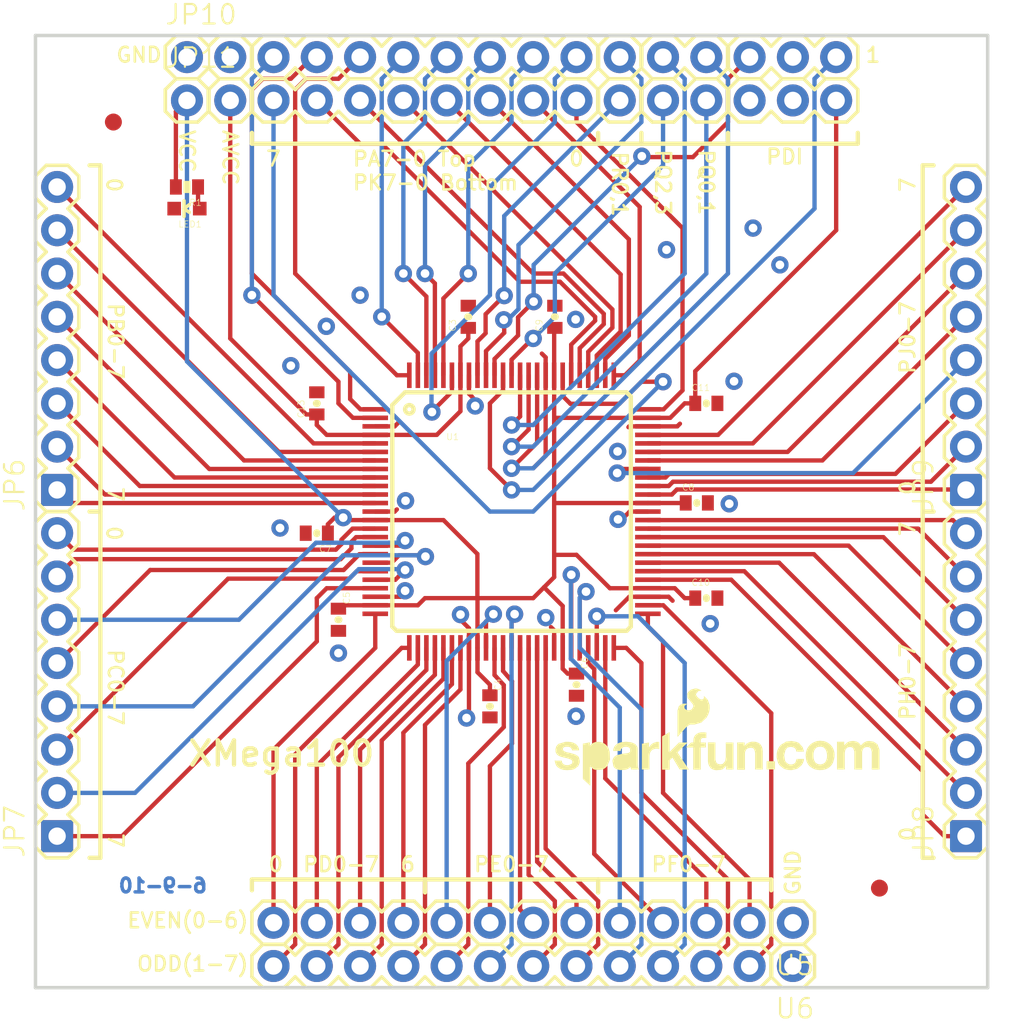
<source format=kicad_pcb>
(kicad_pcb (version 20211014) (generator pcbnew)
  (layers (0 "F.Cu" signal) (31 "B.Cu" signal) (34 "B.Paste" user) (35 "F.Paste" user) (36 "B.SilkS" user "B.Silkscreen") (37 "F.SilkS" user "F.Silkscreen") (38 "B.Mask" user) (39 "F.Mask" user) (44 "Edge.Cuts" user))
  (net 0 "")
  (net 1 "GND")
  (net 2 "VCC")
  (net 3 "PDI_DATA")
  (net 4 "PDI_CLK")
  (net 5 "PQ3")
  (net 6 "PQ2")
  (net 7 "PQ1")
  (net 8 "PQ0")
  (net 9 "PK7")
  (net 10 "PK6")
  (net 11 "PK5")
  (net 12 "PK4")
  (net 13 "PK3")
  (net 14 "PK2")
  (net 15 "PK1")
  (net 16 "PK0")
  (net 17 "PJ7")
  (net 18 "PJ6")
  (net 19 "PJ5")
  (net 20 "PJ4")
  (net 21 "PJ3")
  (net 22 "PJ2")
  (net 23 "PJ1")
  (net 24 "PJ0")
  (net 25 "PH7")
  (net 26 "PH6")
  (net 27 "PH5")
  (net 28 "PH4")
  (net 29 "PH3")
  (net 30 "PH2")
  (net 31 "PH1")
  (net 32 "PH0")
  (net 33 "PF7")
  (net 34 "PF6")
  (net 35 "PF5")
  (net 36 "PF4")
  (net 37 "PF3")
  (net 38 "PF2")
  (net 39 "PF1")
  (net 40 "PF0")
  (net 41 "PE7")
  (net 42 "PE6")
  (net 43 "PE5")
  (net 44 "PE4")
  (net 45 "PE3")
  (net 46 "PE2")
  (net 47 "PE1")
  (net 48 "PE0")
  (net 49 "PD7")
  (net 50 "PD6")
  (net 51 "PD5")
  (net 52 "PD4")
  (net 53 "PD3")
  (net 54 "PD2")
  (net 55 "PD1")
  (net 56 "PD0")
  (net 57 "PC7")
  (net 58 "PC6")
  (net 59 "PC5")
  (net 60 "PC4")
  (net 61 "PC3")
  (net 62 "PC2")
  (net 63 "PC1")
  (net 64 "PC0")
  (net 65 "PB7")
  (net 66 "PB6")
  (net 67 "PB5")
  (net 68 "PB4")
  (net 69 "PB3")
  (net 70 "PB2")
  (net 71 "PB1")
  (net 72 "PB0")
  (net 73 "PA7")
  (net 74 "PA6")
  (net 75 "PA5")
  (net 76 "PA4")
  (net 77 "PA3")
  (net 78 "PA2")
  (net 79 "PA1")
  (net 80 "PA0")
  (net 81 "AVCC")
  (net 82 "PR0")
  (net 83 "PR1")
  (net 84 "N$1")
  (footprint "boardEagle:0402-CAP" (layer "F.Cu") (at 159.9311 110.0836)
    (fp_text reference "C10")
    (fp_text value "0.1uF")
  )
  (footprint "boardEagle:0402-RES" (layer "F.Cu") (at 129.4511 85.9536 180)
    (fp_text reference "R1")
    (fp_text value "330")
  )
  (footprint "boardEagle:1X08" (layer "F.Cu") (at 175.1711 103.7336 90)
    (fp_text reference "JP9")
    (fp_text value "Right Port J")
  )
  (footprint "boardEagle:0402-CAP" (layer "F.Cu") (at 152.3111 115.1636 -90)
    (fp_text reference "C6")
    (fp_text value "0.1uF")
  )
  (footprint "boardEagle:0402-CAP" (layer "F.Cu") (at 159.9311 98.6536)
    (fp_text reference "C11")
    (fp_text value "0.1uF")
  )
  (footprint "boardEagle:0402-CAP" (layer "F.Cu") (at 147.2311 116.4336 -90)
    (fp_text reference "C4")
    (fp_text value "0.1uF")
  )
  (footprint "boardEagle:0402-CAP" (layer "F.Cu") (at 145.9611 93.5736 90)
    (fp_text reference "C3")
    (fp_text value "0.1uF")
  )
  (footprint "boardEagle:1X08" (layer "F.Cu") (at 175.1711 124.0536 90)
    (fp_text reference "JP8")
    (fp_text value "Right Port H")
  )
  (footprint "boardEagle:LED-0603" (layer "F.Cu") (at 129.4511 87.2236 90)
    (fp_text reference "LED1")
    (fp_text value "Red")
  )
  (footprint "boardEagle:TQFP-100-14X14MM" (layer "F.Cu") (at 148.5011 105.0036)
    (fp_text reference "U1")
    (fp_text value "XMEGA-100SMD")
  )
  (footprint "boardEagle:STAND-OFF" (layer "F.Cu") (at 173.9011 79.6036)
    (fp_text reference "JP4" hide)
    (fp_text value "STAND-OFF" hide)
  )
  (footprint "boardEagle:STAND-OFF" (layer "F.Cu") (at 173.9011 130.4036)
    (fp_text reference "JP5" hide)
    (fp_text value "STAND-OFF" hide)
  )
  (footprint "boardEagle:STAND-OFF" (layer "F.Cu") (at 123.1011 130.4036)
    (fp_text reference "JP3" hide)
    (fp_text value "STAND-OFF" hide)
  )
  (footprint "boardEagle:1X13" (layer "F.Cu") (at 165.0111 129.1336 180)
    (fp_text reference "U5")
    (fp_text value "BottonInside")
  )
  (footprint "boardEagle:0402-CAP" (layer "F.Cu") (at 151.0411 93.5736 90)
    (fp_text reference "C9")
    (fp_text value "0.1uF")
  )
  (footprint "boardEagle:0402-CAP" (layer "F.Cu") (at 137.0711 98.6536 90)
    (fp_text reference "C13")
    (fp_text value "0.1uF")
  )
  (footprint "boardEagle:0402-CAP" (layer "F.Cu") (at 159.3723 104.4956)
    (fp_text reference "C8")
    (fp_text value "0.1uF")
  )
  (footprint "boardEagle:1X08" (layer "F.Cu") (at 121.8311 103.7336 90)
    (fp_text reference "JP6")
    (fp_text value "Left Port B")
  )
  (footprint "boardEagle:SFE-NEW-WEBLOGO" (layer "F.Cu") (at 151.0411 121.0836)
    (fp_text reference "JP1" hide)
    (fp_text value "LOGO-SFENEW" hide)
  )
  (footprint "boardEagle:FIDUCIAL-1X2" (layer "F.Cu") (at 170.0911 127.1016)
    (fp_text reference "JP13" hide)
    (fp_text value "FIDUCIAL1X2" hide)
  )
  (footprint "boardEagle:0402-CAP" (layer "F.Cu") (at 137.0711 106.2736 180)
    (fp_text reference "C7")
    (fp_text value "0.1uF")
  )
  (footprint "boardEagle:1X16" (layer "F.Cu") (at 129.4511 78.3336)
    (fp_text reference "JP10")
    (fp_text value "TopEdge")
  )
  (footprint "boardEagle:STAND-OFF" (layer "F.Cu") (at 123.1011 79.6036)
    (fp_text reference "JP2" hide)
    (fp_text value "STAND-OFF" hide)
  )
  (footprint "boardEagle:FIDUCIAL-1X2" (layer "F.Cu") (at 125.1331 82.1436)
    (fp_text reference "JP12" hide)
    (fp_text value "FIDUCIAL1X2" hide)
  )
  (footprint "boardEagle:1X16" (layer "F.Cu") (at 129.4511 80.8736)
    (fp_text reference "JP11")
    (fp_text value "TopInside")
  )
  (footprint "boardEagle:1X13" (layer "F.Cu") (at 165.0111 131.6736 180)
    (fp_text reference "U6")
    (fp_text value "BottomEdge")
  )
  (footprint "boardEagle:0402-CAP" (layer "F.Cu") (at 138.3411 111.3536 -90)
    (fp_text reference "C5")
    (fp_text value "0.1uF")
  )
  (footprint "boardEagle:1X08" (layer "F.Cu") (at 121.8311 124.0536 90)
    (fp_text reference "JP7")
    (fp_text value "Left Port C")
  )
  (gr_line (start 124.3711 125.3236) (end 124.3711 105.0036) (layer "F.SilkS") (width 0.254))
  (gr_line (start 161.2011 77.6986) (end 161.2011 78.9686) (layer "F.SilkS") (width 0.254))
  (gr_line (start 153.5811 80.2386) (end 153.5811 81.5086) (layer "F.SilkS") (width 0.254))
  (gr_line (start 143.4211 126.5936) (end 153.5811 126.5936) (layer "F.SilkS") (width 0.254))
  (gr_line (start 123.7361 105.0036) (end 124.3711 105.0036) (layer "F.SilkS") (width 0.254))
  (gr_line (start 172.6311 125.3236) (end 173.2661 125.3236) (layer "F.SilkS") (width 0.254))
  (gr_line (start 153.5811 126.5936) (end 153.5811 127.3556) (layer "F.SilkS") (width 0.254))
  (gr_line (start 153.5811 126.5936) (end 163.7411 126.5936) (layer "F.SilkS") (width 0.254))
  (gr_line (start 143.4211 126.5936) (end 143.4211 127.3556) (layer "F.SilkS") (width 0.254))
  (gr_line (start 172.6311 105.0036) (end 172.6311 125.3236) (layer "F.SilkS") (width 0.254))
  (gr_line (start 161.2011 80.2386) (end 161.2011 81.5086) (layer "F.SilkS") (width 0.254))
  (gr_line (start 133.2611 77.6986) (end 133.2611 78.9686) (layer "F.SilkS") (width 0.254))
  (gr_line (start 161.2011 83.4136) (end 168.8211 83.4136) (layer "F.SilkS") (width 0.254))
  (gr_line (start 173.2661 105.0036) (end 172.6311 105.0036) (layer "F.SilkS") (width 0.254))
  (gr_line (start 153.5811 77.6986) (end 153.5811 78.9686) (layer "F.SilkS") (width 0.254))
  (gr_line (start 156.1211 83.4136) (end 156.1211 82.7786) (layer "F.SilkS") (width 0.254))
  (gr_line (start 133.2611 127.2286) (end 133.2611 126.5936) (layer "F.SilkS") (width 0.254))
  (gr_line (start 161.2011 82.7786) (end 161.2011 83.4136) (layer "F.SilkS") (width 0.254))
  (gr_line (start 163.7411 129.7686) (end 163.7411 128.4986) (layer "F.SilkS") (width 0.254))
  (gr_line (start 156.1211 83.4136) (end 161.2011 83.4136) (layer "F.SilkS") (width 0.254))
  (gr_line (start 133.2611 80.2386) (end 133.2611 81.5086) (layer "F.SilkS") (width 0.254))
  (gr_line (start 133.2611 83.4136) (end 153.5811 83.4136) (layer "F.SilkS") (width 0.254))
  (gr_line (start 133.2611 126.5936) (end 143.4211 126.5936) (layer "F.SilkS") (width 0.254))
  (gr_line (start 124.3711 84.6836) (end 123.7361 84.6836) (layer "F.SilkS") (width 0.254))
  (gr_line (start 168.8211 83.4136) (end 168.8211 82.7786) (layer "F.SilkS") (width 0.254))
  (gr_line (start 173.2661 84.6836) (end 172.6311 84.6836) (layer "F.SilkS") (width 0.254))
  (gr_line (start 123.7361 125.3236) (end 124.3711 125.3236) (layer "F.SilkS") (width 0.254))
  (gr_line (start 130.7211 80.2386) (end 130.7211 81.5086) (layer "F.SilkS") (width 0.254))
  (gr_line (start 172.6311 84.6836) (end 172.6311 105.0036) (layer "F.SilkS") (width 0.254))
  (gr_line (start 156.1211 80.2386) (end 156.1211 81.5086) (layer "F.SilkS") (width 0.254))
  (gr_line (start 163.7411 132.3086) (end 163.7411 131.0386) (layer "F.SilkS") (width 0.254))
  (gr_line (start 153.5811 82.7786) (end 153.5811 83.4136) (layer "F.SilkS") (width 0.254))
  (gr_line (start 156.1211 77.6986) (end 156.1211 78.8416) (layer "F.SilkS") (width 0.254))
  (gr_line (start 124.3711 105.0036) (end 124.3711 84.6836) (layer "F.SilkS") (width 0.254))
  (gr_line (start 153.5811 83.4136) (end 156.1211 83.4136) (layer "F.SilkS") (width 0.254))
  (gr_line (start 163.7411 126.5936) (end 163.7411 127.2286) (layer "F.SilkS") (width 0.254))
  (gr_line (start 133.2611 82.7786) (end 133.2611 83.4136) (layer "F.SilkS") (width 0.254))
  (gr_line (start 120.5611 77.0636) (end 120.5611 132.9436) (layer "Edge.Cuts") (width 0.2032))
  (gr_line (start 120.5611 132.9436) (end 176.4411 132.9436) (layer "Edge.Cuts") (width 0.2032))
  (gr_line (start 176.4411 77.0636) (end 120.5611 77.0636) (layer "Edge.Cuts") (width 0.2032))
  (gr_line (start 176.4411 132.9436) (end 176.4411 77.0636) (layer "Edge.Cuts") (width 0.2032))
  (gr_text "6-9-10" (at 130.7211 127.4336) (layer "B.Cu") (effects (font (size 0.8128 0.8128) (thickness 0.2032)) (justify left bottom mirror)))
  (gr_text "PH0-7" (at 172.2501 117.3226 90) (layer "F.SilkS") (effects (font (size 0.8636 0.8636) (thickness 0.1524)) (justify left bottom)))
  (gr_text "VCC" (at 128.9431 82.5246 270) (layer "F.SilkS") (effects (font (size 0.8636 0.8636) (thickness 0.1524)) (justify left bottom)))
  (gr_text "PR0,1" (at 154.3431 83.7946 270) (layer "F.SilkS") (effects (font (size 0.8636 0.8636) (thickness 0.1524)) (justify left bottom)))
  (gr_text "EVEN(0-6)" (at 133.1341 128.4986) (layer "F.SilkS") (effects (font (size 0.8636 0.8636) (thickness 0.1524)) (justify right top)))
  (gr_text "PQ0,1" (at 159.4231 83.6676 270) (layer "F.SilkS") (effects (font (size 0.8636 0.8636) (thickness 0.1524)) (justify left bottom)))
  (gr_text "PF0-7" (at 156.6291 126.2126) (layer "F.SilkS") (effects (font (size 0.8636 0.8636) (thickness 0.1524)) (justify left bottom)))
  (gr_text "6" (at 141.8971 126.2126) (layer "F.SilkS") (effects (font (size 0.8636 0.8636) (thickness 0.1524)) (justify left bottom)))
  (gr_text "0" (at 172.2501 124.4346 90) (layer "F.SilkS") (effects (font (size 0.8636 0.8636) (thickness 0.1524)) (justify left bottom)))
  (gr_text "PC0-7" (at 124.7521 113.0046 270) (layer "F.SilkS") (effects (font (size 0.8636 0.8636) (thickness 0.1524)) (justify left bottom)))
  (gr_text "ODD(1-7)" (at 133.1341 131.0386) (layer "F.SilkS") (effects (font (size 0.8636 0.8636) (thickness 0.1524)) (justify right top)))
  (gr_text "PB0-7" (at 124.7521 92.6846 270) (layer "F.SilkS") (effects (font (size 0.8636 0.8636) (thickness 0.1524)) (justify left bottom)))
  (gr_text "GND" (at 128.0541 77.6986) (layer "F.SilkS") (effects (font (size 0.8636 0.8636) (thickness 0.1524)) (justify right top)))
  (gr_text "1" (at 169.2021 78.7146) (layer "F.SilkS") (effects (font (size 0.8636 0.8636) (thickness 0.1524)) (justify left bottom)))
  (gr_text "0" (at 134.1501 126.2126) (layer "F.SilkS") (effects (font (size 0.8636 0.8636) (thickness 0.1524)) (justify left bottom)))
  (gr_text "0" (at 172.2501 104.1146 90) (layer "F.SilkS") (effects (font (size 0.8636 0.8636) (thickness 0.1524)) (justify left bottom)))
  (gr_text "PDI" (at 163.3601 84.6836) (layer "F.SilkS") (effects (font (size 0.8636 0.8636) (thickness 0.1524)) (justify left bottom)))
  (gr_text "AVCC" (at 131.4831 82.5246 270) (layer "F.SilkS") (effects (font (size 0.8636 0.8636) (thickness 0.1524)) (justify left bottom)))
  (gr_text "PA7-0 Top" (at 139.1031 84.8106) (layer "F.SilkS") (effects (font (size 0.8636 0.8636) (thickness 0.1524)) (justify left bottom)))
  (gr_text "PE0-7" (at 146.2151 126.2126) (layer "F.SilkS") (effects (font (size 0.8636 0.8636) (thickness 0.1524)) (justify left bottom)))
  (gr_text "0" (at 124.7521 105.7656 90) (layer "F.SilkS") (effects (font (size 0.8636 0.8636) (thickness 0.1524)) (justify right top)))
  (gr_text "7" (at 172.2501 106.5276 90) (layer "F.SilkS") (effects (font (size 0.8636 0.8636) (thickness 0.1524)) (justify left bottom)))
  (gr_text "PQ2,3" (at 156.8831 83.6676 270) (layer "F.SilkS") (effects (font (size 0.8636 0.8636) (thickness 0.1524)) (justify left bottom)))
  (gr_text "7" (at 124.7521 103.4796 270) (layer "F.SilkS") (effects (font (size 0.8636 0.8636) (thickness 0.1524)) (justify left bottom)))
  (gr_text "PK7-0 Bottom" (at 139.1031 86.2076) (layer "F.SilkS") (effects (font (size 0.8636 0.8636) (thickness 0.1524)) (justify left bottom)))
  (gr_text "7" (at 135.0391 83.7946) (layer "F.SilkS") (effects (font (size 0.8636 0.8636) (thickness 0.1524)) (justify right top)))
  (gr_text "0" (at 124.7521 85.3186 90) (layer "F.SilkS") (effects (font (size 0.8636 0.8636) (thickness 0.1524)) (justify right top)))
  (gr_text "PJ0-7" (at 172.2501 97.0026 90) (layer "F.SilkS") (effects (font (size 0.8636 0.8636) (thickness 0.1524)) (justify left bottom)))
  (gr_text "7" (at 172.2501 86.3346 90) (layer "F.SilkS") (effects (font (size 0.8636 0.8636) (thickness 0.1524)) (justify left bottom)))
  (gr_text "0" (at 152.8191 83.7946) (layer "F.SilkS") (effects (font (size 0.8636 0.8636) (thickness 0.1524)) (justify right top)))
  (gr_text "PD0-7" (at 136.1821 126.2126) (layer "F.SilkS") (effects (font (size 0.8636 0.8636) (thickness 0.1524)) (justify left bottom)))
  (gr_text "7" (at 124.7521 123.7996 270) (layer "F.SilkS") (effects (font (size 0.8636 0.8636) (thickness 0.1524)) (justify left bottom)))
  (gr_text "GND" (at 165.5191 127.6096 90) (layer "F.SilkS") (effects (font (size 0.8636 0.8636) (thickness 0.1524)) (justify left bottom)))
  (gr_text "XMega100" (at 129.3996 120.0412) (layer "F.SilkS") (effects (font (size 1.42494 1.42494) (thickness 0.25146)) (justify left bottom)))
  (segment (start 151.0011 113.0036) (end 151.0011 111.974) (width 0.254) (layer "F.Cu") (net 1))
  (segment (start 150.5011 101.7336) (end 150.5011 97.0036) (width 0.254) (layer "F.Cu") (net 1))
  (segment (start 146.0011 111.8508) (end 145.6309 111.4806) (width 0.254) (layer "F.Cu") (net 1))
  (segment (start 141.6393 100.0036) (end 141.8971 99.7458) (width 0.254) (layer "F.Cu") (net 1))
  (segment (start 151.0011 111.974) (end 150.8125 111.7854) (width 0.254) (layer "F.Cu") (net 1))
  (segment (start 146.0011 98.084) (end 146.0011 97.0036) (width 0.254) (layer "F.Cu") (net 1))
  (segment (start 155.4061 100.0036) (end 155.3591 100.0506) (width 0.254) (layer "F.Cu") (net 1))
  (segment (start 140.5011 105.0036) (end 141.6431 105.0036) (width 0.254) (layer "F.Cu") (net 1))
  (segment (start 155.4061 100.0036) (end 156.5011 100.0036) (width 0.254) (layer "F.Cu") (net 1))
  (segment (start 146.0011 116.9778) (end 146.0011 113.0036) (width 0.254) (layer "F.Cu") (net 1))
  (segment (start 156.5011 100.0036) (end 158.2255 100.0036) (width 0.254) (layer "F.Cu") (net 1))
  (segment (start 150.5011 95.9546) (end 150.2791 95.7326) (width 0.254) (layer "F.Cu") (net 1))
  (segment (start 140.5011 110.0036) (end 141.9771 110.0036) (width 0.254) (layer "F.Cu") (net 1))
  (segment (start 140.5011 100.0036) (end 141.6393 100.0036) (width 0.254) (layer "F.Cu") (net 1))
  (segment (start 155.1813 105.2576) (end 155.4353 105.0036) (width 0.254) (layer "F.Cu") (net 1))
  (segment (start 149.7711 102.4636) (end 150.5011 101.7336) (width 0.254) (layer "F.Cu") (net 1))
  (segment (start 156.5011 110.0036) (end 157.7175 110.0036) (width 0.254) (layer "F.Cu") (net 1))
  (segment (start 155.4353 105.0036) (end 156.5011 105.0036) (width 0.254) (layer "F.Cu") (net 1))
  (segment (start 157.7175 110.0036) (end 157.9499 110.236) (width 0.254) (layer "F.Cu") (net 1))
  (segment (start 150.5011 97.0036) (end 150.5011 95.9546) (width 0.254) (layer "F.Cu") (net 1))
  (segment (start 141.6431 105.0036) (end 141.7701 104.8766) (width 0.254) (layer "F.Cu") (net 1))
  (segment (start 146.0011 113.0036) (end 146.0011 111.8508) (width 0.254) (layer "F.Cu") (net 1))
  (segment (start 145.8595 117.1194) (end 146.0011 116.9778) (width 0.254) (layer "F.Cu") (net 1))
  (segment (start 141.9771 110.0036) (end 142.2527 109.6518) (width 0.254) (layer "F.Cu") (net 1))
  (segment (start 158.2255 100.0036) (end 158.3817 99.8474) (width 0.254) (layer "F.Cu") (net 1))
  (segment (start 154.6225 110.7948) (end 155.4137 110.0036) (width 0.254) (layer "F.Cu") (net 1))
  (segment (start 155.4137 110.0036) (end 156.5011 110.0036) (width 0.254) (layer "F.Cu") (net 1))
  (segment (start 146.0011 98.084) (end 146.2151 98.298) (width 0.254) (layer "F.Cu") (net 1))
  (via (at 134.9121 105.9688) (size 1.016) (drill 0.508) (layers "F.Cu" "B.Cu") (net 1))
  (via (at 142.2781 104.3686) (size 1.016) (drill 0.508) (layers "F.Cu" "B.Cu") (net 1))
  (via (at 161.5567 97.3582) (size 1.016) (drill 0.508) (layers "F.Cu" "B.Cu") (net 1))
  (via (at 161.2773 104.5464) (size 1.016) (drill 0.508) (layers "F.Cu" "B.Cu") (net 1))
  (via (at 145.8595 117.1194) (size 1.016) (drill 0.508) (layers "F.Cu" "B.Cu") (net 1))
  (via (at 154.7241 101.473) (size 1.016) (drill 0.508) (layers "F.Cu" "B.Cu") (net 1))
  (via (at 142.2527 109.6518) (size 1.016) (drill 0.508) (layers "F.Cu" "B.Cu") (net 1))
  (via (at 157.5943 89.6366) (size 1.016) (drill 0.508) (layers "F.Cu" "B.Cu") (net 1))
  (via (at 150.5077 111.2266) (size 1.016) (drill 0.508) (layers "F.Cu" "B.Cu") (net 1))
  (via (at 137.6299 94.1324) (size 1.016) (drill 0.508) (layers "F.Cu" "B.Cu") (net 1))
  (via (at 162.6743 88.3666) (size 1.016) (drill 0.508) (layers "F.Cu" "B.Cu") (net 1))
  (via (at 164.2491 90.5256) (size 1.016) (drill 0.508) (layers "F.Cu" "B.Cu") (net 1))
  (via (at 135.5471 96.4438) (size 1.016) (drill 0.508) (layers "F.Cu" "B.Cu") (net 1))
  (via (at 145.5039 111.0488) (size 1.016) (drill 0.508) (layers "F.Cu" "B.Cu") (net 1))
  (via (at 139.6111 92.3036) (size 1.016) (drill 0.508) (layers "F.Cu" "B.Cu") (net 1))
  (via (at 146.3675 98.806) (size 1.016) (drill 0.508) (layers "F.Cu" "B.Cu") (net 1))
  (via (at 138.3411 113.3094) (size 1.016) (drill 0.508) (layers "F.Cu" "B.Cu") (net 1))
  (via (at 152.2857 117.0178) (size 1.016) (drill 0.508) (layers "F.Cu" "B.Cu") (net 1))
  (via (at 154.7495 105.4608) (size 1.016) (drill 0.508) (layers "F.Cu" "B.Cu") (net 1))
  (via (at 160.1597 111.5822) (size 1.016) (drill 0.508) (layers "F.Cu" "B.Cu") (net 1))
  (via (at 152.2603 93.726) (size 1.016) (drill 0.508) (layers "F.Cu" "B.Cu") (net 1))
  (segment (start 138.1125 105.3592) (end 137.7211 105.7506) (width 0.254) (layer "F.Cu") (net 2))
  (segment (start 154.2711 109.5036) (end 156.5011 109.5036) (width 0.254) (layer "F.Cu") (net 2))
  (segment (start 151.0011 94.2636) (end 151.0411 94.2236) (width 0.254) (layer "F.Cu") (net 2))
  (segment (start 151.0011 99.5426) (end 151.0011 97.0036) (width 0.254) (layer "F.Cu") (net 2))
  (segment (start 151.5011 110.5436) (end 151.5011 113.0036) (width 0.254) (layer "F.Cu") (net 2))
  (segment (start 151.0011 99.5426) (end 151.0401 99.5036) (width 0.254) (layer "F.Cu") (net 2))
  (segment (start 157.8111 99.5036) (end 158.6611 98.6536) (width 0.254) (layer "F.Cu") (net 2))
  (segment (start 138.5411 110.5036) (end 140.5011 110.5036) (width 0.254) (layer "F.Cu") (net 2))
  (segment (start 128.8011 81.5236) (end 128.8011 85.9536) (width 0.254) (layer "F.Cu") (net 2))
  (segment (start 146.4691 110.0836) (end 146.5011 110.1156) (width 0.254) (layer "F.Cu") (net 2))
  (segment (start 151.0401 99.5036) (end 156.5011 99.5036) (width 0.254) (layer "F.Cu") (net 2))
  (segment (start 156.5011 99.5036) (end 157.8111 99.5036) (width 0.254) (layer "F.Cu") (net 2))
  (segment (start 158.6611 98.6536) (end 159.2811 98.6536) (width 0.254) (layer "F.Cu") (net 2))
  (segment (start 158.0811 109.5036) (end 158.6611 110.0836) (width 0.254) (layer "F.Cu") (net 2))
  (segment (start 146.4945 110.0582) (end 146.4945 107.4928) (width 0.254) (layer "F.Cu") (net 2))
  (segment (start 129.4511 80.8736) (end 128.8011 81.5236) (width 0.254) (layer "F.Cu") (net 2))
  (segment (start 151.0011 107.5436) (end 152.3111 107.5436) (width 0.254) (layer "F.Cu") (net 2))
  (segment (start 149.7711 110.0836) (end 150.4061 109.4486) (width 0.254) (layer "F.Cu") (net 2))
  (segment (start 150.4061 109.4486) (end 151.0011 108.8536) (width 0.254) (layer "F.Cu") (net 2))
  (segment (start 159.2811 96.7636) (end 167.5511 88.4936) (width 0.254) (layer "F.Cu") (net 2))
  (segment (start 151.0011 97.0036) (end 151.0011 94.2636) (width 0.254) (layer "F.Cu") (net 2))
  (segment (start 146.4691 110.0836) (end 146.4945 110.0582) (width 0.254) (layer "F.Cu") (net 2))
  (segment (start 140.5011 105.5036) (end 138.7649 105.5036) (width 0.254) (layer "F.Cu") (net 2))
  (segment (start 138.3411 110.7036) (end 138.5411 110.5036) (width 0.254) (layer "F.Cu") (net 2))
  (segment (start 151.7881 114.5136) (end 152.3111 114.5136) (width 0.254) (layer "F.Cu") (net 2))
  (segment (start 138.7649 105.5036) (end 138.6205 105.3592) (width 0.254) (layer "F.Cu") (net 2))
  (segment (start 140.5011 110.5036) (end 143.0011 110.5036) (width 0.254) (layer "F.Cu") (net 2))
  (segment (start 147.2311 115.1636) (end 147.2311 115.7836) (width 0.254) (layer "F.Cu") (net 2))
  (segment (start 146.5011 114.4336) (end 147.2311 115.1636) (width 0.254) (layer "F.Cu") (net 2))
  (segment (start 146.5011 113.0036) (end 146.5011 114.4336) (width 0.254) (layer "F.Cu") (net 2))
  (segment (start 138.6205 105.3592) (end 138.1125 105.3592) (width 0.254) (layer "F.Cu") (net 2))
  (segment (start 158.6611 110.0836) (end 159.2811 110.0836) (width 0.254) (layer "F.Cu") (net 2))
  (segment (start 146.4945 107.4928) (end 144.5053 105.5036) (width 0.254) (layer "F.Cu") (net 2))
  (segment (start 151.0011 107.5436) (end 151.0011 104.4956) (width 0.254) (layer "F.Cu") (net 2))
  (segment (start 158.7143 104.5036) (end 158.7223 104.4956) (width 0.254) (layer "F.Cu") (net 2))
  (segment (start 146.5011 110.1156) (end 146.5011 113.0036) (width 0.254) (layer "F.Cu") (net 2))
  (segment (start 143.4211 110.0836) (end 146.4691 110.0836) (width 0.254) (layer "F.Cu") (net 2))
  (segment (start 167.5511 88.4936) (end 167.5511 80.8736) (width 0.254) (layer "F.Cu") (net 2))
  (segment (start 151.5011 113.0036) (end 151.5011 114.2266) (width 0.254) (layer "F.Cu") (net 2))
  (segment (start 159.2811 98.6536) (end 159.2811 96.7636) (width 0.254) (layer "F.Cu") (net 2))
  (segment (start 156.5011 104.5036) (end 158.7143 104.5036) (width 0.254) (layer "F.Cu") (net 2))
  (segment (start 146.4691 110.0836) (end 149.7711 110.0836) (width 0.254) (layer "F.Cu") (net 2))
  (segment (start 150.4061 109.4486) (end 151.5011 110.5436) (width 0.254) (layer "F.Cu") (net 2))
  (segment (start 151.0011 104.4956) (end 151.0091 104.5036) (width 0.254) (layer "F.Cu") (net 2))
  (segment (start 156.5011 109.5036) (end 158.0811 109.5036) (width 0.254) (layer "F.Cu") (net 2))
  (segment (start 151.0091 104.5036) (end 156.5011 104.5036) (width 0.254) (layer "F.Cu") (net 2))
  (segment (start 137.7211 105.7506) (end 137.7211 106.2736) (width 0.254) (layer "F.Cu") (net 2))
  (segment (start 143.0011 110.5036) (end 143.4211 110.0836) (width 0.254) (layer "F.Cu") (net 2))
  (segment (start 151.0011 108.8536) (end 151.0011 107.5436) (width 0.254) (layer "F.Cu") (net 2))
  (segment (start 151.5011 114.2266) (end 151.7881 114.5136) (width 0.254) (layer "F.Cu") (net 2))
  (segment (start 151.0011 104.4956) (end 151.0011 99.5426) (width 0.254) (layer "F.Cu") (net 2))
  (segment (start 152.3111 107.5436) (end 154.2711 109.5036) (width 0.254) (layer "F.Cu") (net 2))
  (segment (start 144.5053 105.5036) (end 140.5011 105.5036) (width 0.254) (layer "F.Cu") (net 2))
  (via (at 138.6205 105.3592) (size 1.016) (drill 0.508) (layers "F.Cu" "B.Cu") (net 2))
  (segment (start 138.6205 105.3592) (end 129.4511 96.1898) (width 0.254) (layer "B.Cu") (net 2))
  (segment (start 129.4511 96.1898) (end 129.4511 80.8736) (width 0.254) (layer "B.Cu") (net 2))
  (segment (start 147.2311 102.4636) (end 147.2311 98.6536) (width 0.254) (layer "F.Cu") (net 3))
  (segment (start 148.0011 97.8836) (end 148.0011 97.0036) (width 0.254) (layer "F.Cu") (net 3))
  (segment (start 148.5011 103.7336) (end 147.2311 102.4636) (width 0.254) (layer "F.Cu") (net 3))
  (segment (start 147.2311 98.6536) (end 148.0011 97.8836) (width 0.254) (layer "F.Cu") (net 3))
  (via (at 148.5011 103.7336) (size 1.016) (drill 0.508) (layers "F.Cu" "B.Cu") (net 3))
  (segment (start 148.5011 103.7336) (end 149.7711 103.7336) (width 0.254) (layer "B.Cu") (net 3))
  (segment (start 166.2811 87.2236) (end 166.2811 79.6036) (width 0.254) (layer "B.Cu") (net 3))
  (segment (start 166.2811 79.6036) (end 167.5511 78.3336) (width 0.254) (layer "B.Cu") (net 3))
  (segment (start 149.7711 103.7336) (end 166.2811 87.2236) (width 0.254) (layer "B.Cu") (net 3))
  (segment (start 161.2011 79.6036) (end 162.4711 78.3336) (width 0.254) (layer "F.Cu") (net 4))
  (segment (start 147.5011 96.0468) (end 148.8821 94.6658) (width 0.254) (layer "F.Cu") (net 4))
  (segment (start 156.1973 84.201) (end 159.1437 84.201) (width 0.254) (layer "F.Cu") (net 4))
  (segment (start 148.8821 94.6658) (end 148.8821 93.599) (width 0.254) (layer "F.Cu") (net 4))
  (segment (start 159.1437 84.201) (end 161.2011 82.1436) (width 0.254) (layer "F.Cu") (net 4))
  (segment (start 161.2011 82.1436) (end 161.2011 79.6036) (width 0.254) (layer "F.Cu") (net 4))
  (segment (start 149.7965 92.6846) (end 149.7965 92.71) (width 0.254) (layer "F.Cu") (net 4))
  (segment (start 147.5011 97.0036) (end 147.5011 96.0468) (width 0.254) (layer "F.Cu") (net 4))
  (segment (start 156.1465 84.1502) (end 156.1973 84.201) (width 0.254) (layer "F.Cu") (net 4))
  (segment (start 148.8821 93.599) (end 149.7965 92.6846) (width 0.254) (layer "F.Cu") (net 4))
  (via (at 149.7965 92.6846) (size 1.016) (drill 0.508) (layers "F.Cu" "B.Cu") (net 4))
  (via (at 156.1465 84.1502) (size 1.016) (drill 0.508) (layers "F.Cu" "B.Cu") (net 4))
  (segment (start 149.7965 92.6846) (end 149.7965 90.5256) (width 0.254) (layer "B.Cu") (net 4))
  (segment (start 156.1465 84.1756) (end 156.1465 84.1502) (width 0.254) (layer "B.Cu") (net 4))
  (segment (start 149.7965 90.5256) (end 156.1465 84.1756) (width 0.254) (layer "B.Cu") (net 4))
  (segment (start 148.5011 96.0882) (end 149.7457 94.8436) (width 0.254) (layer "F.Cu") (net 5))
  (segment (start 149.7457 94.8436) (end 149.7711 94.8436) (width 0.254) (layer "F.Cu") (net 5))
  (segment (start 148.5011 97.0036) (end 148.5011 96.0882) (width 0.254) (layer "F.Cu") (net 5))
  (via (at 149.7711 94.8436) (size 1.016) (drill 0.508) (layers "F.Cu" "B.Cu") (net 5))
  (segment (start 151.0411 93.5736) (end 151.0411 91.0336) (width 0.254) (layer "B.Cu") (net 5))
  (segment (start 157.3911 84.6836) (end 157.3911 80.8736) (width 0.254) (layer "B.Cu") (net 5))
  (segment (start 151.0411 91.0336) (end 157.3911 84.6836) (width 0.254) (layer "B.Cu") (net 5))
  (segment (start 149.7711 94.8436) (end 151.0411 93.5736) (width 0.254) (layer "B.Cu") (net 5))
  (segment (start 149.0011 99.4236) (end 149.0011 97.0036) (width 0.254) (layer "F.Cu") (net 6))
  (segment (start 148.5011 99.9236) (end 149.0011 99.4236) (width 0.254) (layer "F.Cu") (net 6))
  (via (at 148.5011 99.9236) (size 1.016) (drill 0.508) (layers "F.Cu" "B.Cu") (net 6))
  (segment (start 148.5011 99.9236) (end 149.7711 99.9236) (width 0.254) (layer "B.Cu") (net 6))
  (segment (start 158.6611 91.0336) (end 158.6611 79.6036) (width 0.254) (layer "B.Cu") (net 6))
  (segment (start 149.7711 99.9236) (end 158.6611 91.0336) (width 0.254) (layer "B.Cu") (net 6))
  (segment (start 158.6611 79.6036) (end 157.3911 78.3336) (width 0.254) (layer "B.Cu") (net 6))
  (segment (start 148.5011 101.1936) (end 149.5011 100.1936) (width 0.254) (layer "F.Cu") (net 7))
  (segment (start 149.5011 100.1936) (end 149.5011 97.0036) (width 0.254) (layer "F.Cu") (net 7))
  (via (at 148.5011 101.1936) (size 1.016) (drill 0.508) (layers "F.Cu" "B.Cu") (net 7))
  (segment (start 149.7711 101.1936) (end 159.9311 91.0336) (width 0.254) (layer "B.Cu") (net 7))
  (segment (start 159.9311 91.0336) (end 159.9311 80.8736) (width 0.254) (layer "B.Cu") (net 7))
  (segment (start 148.5011 101.1936) (end 149.7711 101.1936) (width 0.254) (layer "B.Cu") (net 7))
  (segment (start 150.0011 100.9636) (end 150.0011 97.0036) (width 0.254) (layer "F.Cu") (net 8))
  (segment (start 148.5011 102.4636) (end 150.0011 100.9636) (width 0.254) (layer "F.Cu") (net 8))
  (via (at 148.5011 102.4636) (size 1.016) (drill 0.508) (layers "F.Cu" "B.Cu") (net 8))
  (segment (start 149.7711 102.4636) (end 161.2011 91.0336) (width 0.254) (layer "B.Cu") (net 8))
  (segment (start 161.2011 79.6036) (end 159.9311 78.3336) (width 0.254) (layer "B.Cu") (net 8))
  (segment (start 148.5011 102.4636) (end 149.7711 102.4636) (width 0.254) (layer "B.Cu") (net 8))
  (segment (start 161.2011 91.0336) (end 161.2011 79.6036) (width 0.254) (layer "B.Cu") (net 8))
  (segment (start 151.5011 98.2246) (end 151.5011 97.0036) (width 0.254) (layer "F.Cu") (net 9))
  (segment (start 157.3911 97.3836) (end 156.1211 97.3836) (width 0.254) (layer "F.Cu") (net 9))
  (segment (start 154.8257 98.679) (end 151.9555 98.679) (width 0.254) (layer "F.Cu") (net 9))
  (segment (start 151.9555 98.679) (end 151.5011 98.2246) (width 0.254) (layer "F.Cu") (net 9))
  (segment (start 156.1211 97.3836) (end 154.8257 98.679) (width 0.254) (layer "F.Cu") (net 9))
  (via (at 157.3911 97.3836) (size 1.016) (drill 0.508) (layers "F.Cu" "B.Cu") (net 9))
  (segment (start 147.2311 105.0036) (end 149.7711 105.0036) (width 0.254) (layer "B.Cu") (net 9))
  (segment (start 134.5311 92.3036) (end 134.5311 80.8736) (width 0.254) (layer "B.Cu") (net 9))
  (segment (start 147.2311 105.0036) (end 134.5311 92.3036) (width 0.254) (layer "B.Cu") (net 9))
  (segment (start 149.7711 105.0036) (end 157.3911 97.3836) (width 0.254) (layer "B.Cu") (net 9))
  (segment (start 151.3459 91.5162) (end 153.4033 93.5736) (width 0.254) (layer "F.Cu") (net 10))
  (segment (start 148.9837 91.5162) (end 151.3459 91.5162) (width 0.254) (layer "F.Cu") (net 10))
  (segment (start 137.0711 80.8736) (end 139.6111 83.4136) (width 0.254) (layer "F.Cu") (net 10))
  (segment (start 153.4033 93.5736) (end 153.4033 93.8022) (width 0.254) (layer "F.Cu") (net 10))
  (segment (start 140.8811 83.4136) (end 148.9837 91.5162) (width 0.254) (layer "F.Cu") (net 10))
  (segment (start 153.4033 93.8022) (end 152.0011 95.2044) (width 0.254) (layer "F.Cu") (net 10))
  (segment (start 152.0011 95.2044) (end 152.0011 97.0036) (width 0.254) (layer "F.Cu") (net 10))
  (segment (start 139.6111 83.4136) (end 140.8811 83.4136) (width 0.254) (layer "F.Cu") (net 10))
  (segment (start 153.9113 93.3958) (end 151.5491 91.0336) (width 0.254) (layer "F.Cu") (net 11))
  (segment (start 153.9113 94.0054) (end 153.9113 93.3958) (width 0.254) (layer "F.Cu") (net 11))
  (segment (start 149.7711 91.0336) (end 139.6111 80.8736) (width 0.254) (layer "F.Cu") (net 11))
  (segment (start 152.5011 97.0036) (end 152.5011 95.4156) (width 0.254) (layer "F.Cu") (net 11))
  (segment (start 152.5011 95.4156) (end 153.9113 94.0054) (width 0.254) (layer "F.Cu") (net 11))
  (segment (start 151.5491 91.0336) (end 149.7711 91.0336) (width 0.254) (layer "F.Cu") (net 11))
  (segment (start 154.4193 93.1418) (end 142.1511 80.8736) (width 0.254) (layer "F.Cu") (net 12))
  (segment (start 153.0011 95.6268) (end 154.4193 94.2086) (width 0.254) (layer "F.Cu") (net 12))
  (segment (start 154.4193 94.2086) (end 154.4193 93.1418) (width 0.254) (layer "F.Cu") (net 12))
  (segment (start 153.0011 97.0036) (end 153.0011 95.6268) (width 0.254) (layer "F.Cu") (net 12))
  (segment (start 153.5011 95.838) (end 154.9019 94.4372) (width 0.254) (layer "F.Cu") (net 13))
  (segment (start 153.5011 97.0036) (end 153.5011 95.838) (width 0.254) (layer "F.Cu") (net 13))
  (segment (start 154.9019 91.0844) (end 144.6911 80.8736) (width 0.254) (layer "F.Cu") (net 13))
  (segment (start 154.9019 94.4372) (end 154.9019 91.0844) (width 0.254) (layer "F.Cu") (net 13))
  (segment (start 154.0011 96.0492) (end 155.3845 94.6658) (width 0.254) (layer "F.Cu") (net 14))
  (segment (start 155.3845 94.6658) (end 155.3845 89.027) (width 0.254) (layer "F.Cu") (net 14))
  (segment (start 154.0011 97.0036) (end 154.0011 96.0492) (width 0.254) (layer "F.Cu") (net 14))
  (segment (start 155.3845 89.027) (end 147.2311 80.8736) (width 0.254) (layer "F.Cu") (net 14))
  (segment (start 154.5011 97.0036) (end 155.1549 97.0036) (width 0.254) (layer "F.Cu") (net 15))
  (segment (start 155.1549 97.0036) (end 156.0195 96.139) (width 0.254) (layer "F.Cu") (net 15))
  (segment (start 156.0195 87.122) (end 149.7711 80.8736) (width 0.254) (layer "F.Cu") (net 15))
  (segment (start 156.0195 96.139) (end 156.0195 87.122) (width 0.254) (layer "F.Cu") (net 15))
  (segment (start 156.5011 99.0036) (end 157.4221 99.0036) (width 0.254) (layer "F.Cu") (net 16))
  (segment (start 152.3111 82.1436) (end 152.3111 80.8736) (width 0.254) (layer "F.Cu") (net 16))
  (segment (start 158.5341 88.3666) (end 152.3111 82.1436) (width 0.254) (layer "F.Cu") (net 16))
  (segment (start 158.5341 97.8916) (end 158.5341 88.3666) (width 0.254) (layer "F.Cu") (net 16))
  (segment (start 157.4221 99.0036) (end 158.5341 97.8916) (width 0.254) (layer "F.Cu") (net 16))
  (segment (start 160.6211 100.5036) (end 175.1711 85.9536) (width 0.254) (layer "F.Cu") (net 17))
  (segment (start 156.5011 100.5036) (end 160.6211 100.5036) (width 0.254) (layer "F.Cu") (net 17))
  (segment (start 156.5011 101.0036) (end 162.6611 101.0036) (width 0.254) (layer "F.Cu") (net 18))
  (segment (start 162.6611 101.0036) (end 175.1711 88.4936) (width 0.254) (layer "F.Cu") (net 18))
  (segment (start 156.5011 101.5036) (end 164.7011 101.5036) (width 0.254) (layer "F.Cu") (net 19))
  (segment (start 164.7011 101.5036) (end 175.1711 91.0336) (width 0.254) (layer "F.Cu") (net 19))
  (segment (start 156.5011 102.0036) (end 166.7411 102.0036) (width 0.254) (layer "F.Cu") (net 20))
  (segment (start 166.7411 102.0036) (end 175.1711 93.5736) (width 0.254) (layer "F.Cu") (net 20))
  (segment (start 154.6987 102.743) (end 154.9381 102.5036) (width 0.254) (layer "F.Cu") (net 21))
  (segment (start 154.9381 102.5036) (end 156.5011 102.5036) (width 0.254) (layer "F.Cu") (net 21))
  (via (at 154.6987 102.743) (size 1.016) (drill 0.508) (layers "F.Cu" "B.Cu") (net 21))
  (segment (start 154.6987 102.743) (end 168.5417 102.743) (width 0.254) (layer "B.Cu") (net 21))
  (segment (start 168.5417 102.743) (end 175.1711 96.1136) (width 0.254) (layer "B.Cu") (net 21))
  (segment (start 156.5011 103.0036) (end 157.5369 103.0036) (width 0.254) (layer "F.Cu") (net 22))
  (segment (start 157.5369 103.0036) (end 157.7467 102.7938) (width 0.254) (layer "F.Cu") (net 22))
  (segment (start 171.0309 102.7938) (end 175.1711 98.6536) (width 0.254) (layer "F.Cu") (net 22))
  (segment (start 157.7467 102.7938) (end 171.0309 102.7938) (width 0.254) (layer "F.Cu") (net 22))
  (segment (start 173.1137 103.251) (end 175.1711 101.1936) (width 0.254) (layer "F.Cu") (net 23))
  (segment (start 157.9753 103.251) (end 173.1137 103.251) (width 0.254) (layer "F.Cu") (net 23))
  (segment (start 157.7227 103.5036) (end 157.9753 103.251) (width 0.254) (layer "F.Cu") (net 23))
  (segment (start 156.5011 103.5036) (end 157.7227 103.5036) (width 0.254) (layer "F.Cu") (net 23))
  (segment (start 156.5011 104.0036) (end 157.9085 104.0036) (width 0.254) (layer "F.Cu") (net 24))
  (segment (start 175.1457 103.7082) (end 175.1711 103.7336) (width 0.254) (layer "F.Cu") (net 24))
  (segment (start 157.9085 104.0036) (end 158.2039 103.7082) (width 0.254) (layer "F.Cu") (net 24))
  (segment (start 158.2039 103.7082) (end 175.1457 103.7082) (width 0.254) (layer "F.Cu") (net 24))
  (segment (start 174.4011 105.5036) (end 175.1711 106.2736) (width 0.254) (layer "F.Cu") (net 25))
  (segment (start 156.5011 105.5036) (end 174.4011 105.5036) (width 0.254) (layer "F.Cu") (net 25))
  (segment (start 156.5011 106.0036) (end 172.3611 106.0036) (width 0.254) (layer "F.Cu") (net 26))
  (segment (start 172.3611 106.0036) (end 175.1711 108.8136) (width 0.254) (layer "F.Cu") (net 26))
  (segment (start 156.5011 106.5036) (end 170.3211 106.5036) (width 0.254) (layer "F.Cu") (net 27))
  (segment (start 175.1711 111.3536) (end 175.1457 111.3282) (width 0.254) (layer "F.Cu") (net 27))
  (segment (start 170.3211 106.5036) (end 175.1711 111.3536) (width 0.254) (layer "F.Cu") (net 27))
  (segment (start 156.5011 107.0036) (end 168.2811 107.0036) (width 0.254) (layer "F.Cu") (net 28))
  (segment (start 168.2811 107.0036) (end 175.1711 113.8936) (width 0.254) (layer "F.Cu") (net 28))
  (segment (start 175.1711 113.8936) (end 175.1457 113.919) (width 0.254) (layer "F.Cu") (net 28))
  (segment (start 156.5011 107.5036) (end 166.2411 107.5036) (width 0.254) (layer "F.Cu") (net 29))
  (segment (start 166.2411 107.5036) (end 175.1711 116.4336) (width 0.254) (layer "F.Cu") (net 29))
  (segment (start 156.5011 108.0036) (end 164.2011 108.0036) (width 0.254) (layer "F.Cu") (net 30))
  (segment (start 164.2011 108.0036) (end 175.1711 118.9736) (width 0.254) (layer "F.Cu") (net 30))
  (segment (start 156.5011 108.5036) (end 162.1611 108.5036) (width 0.254) (layer "F.Cu") (net 31))
  (segment (start 162.1611 108.5036) (end 175.1711 121.5136) (width 0.254) (layer "F.Cu") (net 31))
  (segment (start 156.5011 109.0036) (end 161.3911 109.0036) (width 0.254) (layer "F.Cu") (net 32))
  (segment (start 173.9011 124.0536) (end 175.1711 124.0536) (width 0.254) (layer "F.Cu") (net 32))
  (segment (start 161.3911 109.0036) (end 172.6311 120.2436) (width 0.254) (layer "F.Cu") (net 32))
  (segment (start 172.6311 122.7836) (end 173.9011 124.0536) (width 0.254) (layer "F.Cu") (net 32))
  (segment (start 172.6311 120.2436) (end 172.6311 122.7836) (width 0.254) (layer "F.Cu") (net 32))
  (segment (start 163.7411 116.84) (end 157.4047 110.5036) (width 0.254) (layer "F.Cu") (net 33))
  (segment (start 157.4047 110.5036) (end 156.5011 110.5036) (width 0.254) (layer "F.Cu") (net 33))
  (segment (start 163.7411 130.4036) (end 163.7411 116.84) (width 0.254) (layer "F.Cu") (net 33))
  (segment (start 162.4711 131.6736) (end 163.7411 130.4036) (width 0.254) (layer "F.Cu") (net 33))
  (segment (start 162.4711 126.5936) (end 157.3911 121.5136) (width 0.254) (layer "F.Cu") (net 34))
  (segment (start 157.3911 112.6236) (end 156.5011 111.7336) (width 0.254) (layer "F.Cu") (net 34))
  (segment (start 162.4711 129.1336) (end 162.4711 126.5936) (width 0.254) (layer "F.Cu") (net 34))
  (segment (start 156.5011 111.7336) (end 156.5011 111.0036) (width 0.254) (layer "F.Cu") (net 34))
  (segment (start 157.3911 121.5136) (end 157.3911 112.6236) (width 0.254) (layer "F.Cu") (net 34))
  (segment (start 156.1211 113.8936) (end 155.2311 113.0036) (width 0.254) (layer "F.Cu") (net 35))
  (segment (start 156.1211 121.5136) (end 156.1211 113.8936) (width 0.254) (layer "F.Cu") (net 35))
  (segment (start 155.2311 113.0036) (end 154.5011 113.0036) (width 0.254) (layer "F.Cu") (net 35))
  (segment (start 161.2011 126.5936) (end 156.1211 121.5136) (width 0.254) (layer "F.Cu") (net 35))
  (segment (start 161.2011 130.4036) (end 161.2011 126.5936) (width 0.254) (layer "F.Cu") (net 35))
  (segment (start 159.9311 131.6736) (end 161.2011 130.4036) (width 0.254) (layer "F.Cu") (net 35))
  (segment (start 159.9311 126.5936) (end 154.0011 120.6636) (width 0.254) (layer "F.Cu") (net 36))
  (segment (start 159.9311 129.1336) (end 159.9311 126.5936) (width 0.254) (layer "F.Cu") (net 36))
  (segment (start 154.0011 120.6636) (end 154.0011 113.0036) (width 0.254) (layer "F.Cu") (net 36))
  (segment (start 153.5049 111.1504) (end 153.5011 111.1542) (width 0.254) (layer "F.Cu") (net 37))
  (segment (start 153.5011 111.1542) (end 153.5011 113.0036) (width 0.254) (layer "F.Cu") (net 37))
  (via (at 153.5049 111.1504) (size 1.016) (drill 0.508) (layers "F.Cu" "B.Cu") (net 37))
  (segment (start 158.6611 130.4036) (end 158.6611 113.8936) (width 0.254) (layer "B.Cu") (net 37))
  (segment (start 155.9179 111.1504) (end 153.5049 111.1504) (width 0.254) (layer "B.Cu") (net 37))
  (segment (start 157.3911 131.6736) (end 158.6611 130.4036) (width 0.254) (layer "B.Cu") (net 37))
  (segment (start 158.6611 113.8936) (end 155.9179 111.1504) (width 0.254) (layer "B.Cu") (net 37))
  (segment (start 153.3525 125.095) (end 153.3525 114.2492) (width 0.254) (layer "F.Cu") (net 38))
  (segment (start 153.3525 114.2492) (end 153.0011 113.8978) (width 0.254) (layer "F.Cu") (net 38))
  (segment (start 157.3911 129.1336) (end 153.3525 125.095) (width 0.254) (layer "F.Cu") (net 38))
  (segment (start 153.0011 113.8978) (end 153.0011 113.0036) (width 0.254) (layer "F.Cu") (net 38))
  (segment (start 152.5011 110.0714) (end 152.5011 113.0036) (width 0.254) (layer "F.Cu") (net 39))
  (segment (start 152.8699 109.7026) (end 152.5011 110.0714) (width 0.254) (layer "F.Cu") (net 39))
  (via (at 152.8699 109.7026) (size 1.016) (drill 0.508) (layers "F.Cu" "B.Cu") (net 39))
  (segment (start 152.5011 110.0714) (end 152.8699 109.7026) (width 0.254) (layer "B.Cu") (net 39))
  (segment (start 152.5011 113.0036) (end 152.5011 110.0714) (width 0.254) (layer "B.Cu") (net 39))
  (segment (start 154.8511 131.6736) (end 156.1211 130.4036) (width 0.254) (layer "B.Cu") (net 39))
  (segment (start 156.1211 130.4036) (end 156.1211 116.6236) (width 0.254) (layer "B.Cu") (net 39))
  (segment (start 156.1211 116.6236) (end 152.5011 113.0036) (width 0.254) (layer "B.Cu") (net 39))
  (segment (start 152.0011 108.7172) (end 152.0011 113.0036) (width 0.254) (layer "F.Cu") (net 40))
  (segment (start 152.0063 108.712) (end 152.0011 108.7172) (width 0.254) (layer "F.Cu") (net 40))
  (via (at 152.0063 108.712) (size 1.016) (drill 0.508) (layers "F.Cu" "B.Cu") (net 40))
  (segment (start 151.9809 108.7374) (end 152.0063 108.712) (width 0.254) (layer "B.Cu") (net 40))
  (segment (start 154.8511 129.1336) (end 154.8511 116.5098) (width 0.254) (layer "B.Cu") (net 40))
  (segment (start 154.8511 116.5098) (end 151.9809 113.6396) (width 0.254) (layer "B.Cu") (net 40))
  (segment (start 151.9809 113.6396) (end 151.9809 108.7374) (width 0.254) (layer "B.Cu") (net 40))
  (segment (start 152.3111 131.6736) (end 153.5811 130.4036) (width 0.254) (layer "F.Cu") (net 41))
  (segment (start 153.5811 130.4036) (end 153.5811 127.8636) (width 0.254) (layer "F.Cu") (net 41))
  (segment (start 153.5811 127.8636) (end 150.5011 124.7836) (width 0.254) (layer "F.Cu") (net 41))
  (segment (start 150.5011 124.7836) (end 150.5011 113.0036) (width 0.254) (layer "F.Cu") (net 41))
  (segment (start 152.3111 127.8636) (end 150.0011 125.5536) (width 0.254) (layer "F.Cu") (net 42))
  (segment (start 152.3111 129.1336) (end 152.3111 127.8636) (width 0.254) (layer "F.Cu") (net 42))
  (segment (start 150.0011 125.5536) (end 150.0011 113.0036) (width 0.254) (layer "F.Cu") (net 42))
  (segment (start 149.5011 126.3236) (end 149.5011 113.0036) (width 0.254) (layer "F.Cu") (net 43))
  (segment (start 151.0411 127.8636) (end 149.5011 126.3236) (width 0.254) (layer "F.Cu") (net 43))
  (segment (start 149.7711 131.6736) (end 151.0411 130.4036) (width 0.254) (layer "F.Cu") (net 43))
  (segment (start 151.0411 130.4036) (end 151.0411 127.8636) (width 0.254) (layer "F.Cu") (net 43))
  (segment (start 149.0011 128.3636) (end 149.0011 113.0036) (width 0.254) (layer "F.Cu") (net 44))
  (segment (start 149.7711 129.1336) (end 149.0011 128.3636) (width 0.254) (layer "F.Cu") (net 44))
  (segment (start 148.5011 111.2012) (end 148.5011 113.0036) (width 0.254) (layer "F.Cu") (net 45))
  (segment (start 148.6789 111.0234) (end 148.5011 111.2012) (width 0.254) (layer "F.Cu") (net 45))
  (via (at 148.6789 111.0234) (size 1.016) (drill 0.508) (layers "F.Cu" "B.Cu") (net 45))
  (segment (start 147.2311 131.6736) (end 148.5011 130.4036) (width 0.254) (layer "B.Cu") (net 45))
  (segment (start 148.5011 111.2012) (end 148.6789 111.0234) (width 0.254) (layer "B.Cu") (net 45))
  (segment (start 148.5011 130.4036) (end 148.5011 111.2012) (width 0.254) (layer "B.Cu") (net 45))
  (segment (start 148.0011 114.3588) (end 148.0011 113.0036) (width 0.254) (layer "F.Cu") (net 46))
  (segment (start 147.2311 129.1336) (end 147.2311 119.9388) (width 0.254) (layer "F.Cu") (net 46))
  (segment (start 147.2311 119.9388) (end 148.5265 118.618) (width 0.254) (layer "F.Cu") (net 46))
  (segment (start 148.5265 118.618) (end 148.5265 114.9604) (width 0.254) (layer "F.Cu") (net 46))
  (segment (start 148.5265 114.9604) (end 148.0011 114.3588) (width 0.254) (layer "F.Cu") (net 46))
  (segment (start 148.0439 117.6528) (end 148.0439 115.189) (width 0.254) (layer "F.Cu") (net 47))
  (segment (start 144.6911 131.6736) (end 145.9611 130.4036) (width 0.254) (layer "F.Cu") (net 47))
  (segment (start 148.0439 115.189) (end 147.5011 114.5954) (width 0.254) (layer "F.Cu") (net 47))
  (segment (start 147.5011 114.5954) (end 147.5011 113.0036) (width 0.254) (layer "F.Cu") (net 47))
  (segment (start 145.9611 130.4036) (end 145.9611 119.7864) (width 0.254) (layer "F.Cu") (net 47))
  (segment (start 145.9611 119.7864) (end 148.0439 117.6528) (width 0.254) (layer "F.Cu") (net 47))
  (segment (start 147.4343 111.0234) (end 147.0011 111.4566) (width 0.254) (layer "F.Cu") (net 48))
  (segment (start 147.0011 111.4566) (end 147.0011 113.0036) (width 0.254) (layer "F.Cu") (net 48))
  (via (at 147.4343 111.0234) (size 1.016) (drill 0.508) (layers "F.Cu" "B.Cu") (net 48))
  (segment (start 144.6911 113.7666) (end 147.4343 111.0234) (width 0.254) (layer "B.Cu") (net 48))
  (segment (start 144.6911 129.1336) (end 144.6911 113.7666) (width 0.254) (layer "B.Cu") (net 48))
  (segment (start 143.4211 117.5258) (end 145.5011 115.4458) (width 0.254) (layer "F.Cu") (net 49))
  (segment (start 143.4211 130.4036) (end 143.4211 117.5258) (width 0.254) (layer "F.Cu") (net 49))
  (segment (start 145.5011 115.4458) (end 145.5011 113.0036) (width 0.254) (layer "F.Cu") (net 49))
  (segment (start 142.1511 131.6736) (end 143.4211 130.4036) (width 0.254) (layer "F.Cu") (net 49))
  (segment (start 142.1511 129.1336) (end 142.1511 117.983) (width 0.254) (layer "F.Cu") (net 50))
  (segment (start 145.0011 115.133) (end 145.0011 113.0036) (width 0.254) (layer "F.Cu") (net 50))
  (segment (start 142.1511 117.983) (end 145.0011 115.133) (width 0.254) (layer "F.Cu") (net 50))
  (segment (start 140.8811 130.4036) (end 140.8811 118.4402) (width 0.254) (layer "F.Cu") (net 51))
  (segment (start 140.8811 118.4402) (end 144.5011 114.8202) (width 0.254) (layer "F.Cu") (net 51))
  (segment (start 139.6111 131.6736) (end 140.8811 130.4036) (width 0.254) (layer "F.Cu") (net 51))
  (segment (start 144.5011 114.8202) (end 144.5011 113.0036) (width 0.254) (layer "F.Cu") (net 51))
  (segment (start 144.0011 114.5836) (end 144.0011 113.0036) (width 0.254) (layer "F.Cu") (net 52))
  (segment (start 139.6111 118.9736) (end 144.0011 114.5836) (width 0.254) (layer "F.Cu") (net 52))
  (segment (start 139.6111 129.1336) (end 139.6111 118.9736) (width 0.254) (layer "F.Cu") (net 52))
  (segment (start 138.3411 130.4036) (end 138.3411 119.4308) (width 0.254) (layer "F.Cu") (net 53))
  (segment (start 138.3411 119.4308) (end 143.5011 114.2962) (width 0.254) (layer "F.Cu") (net 53))
  (segment (start 137.0711 131.6736) (end 138.3411 130.4036) (width 0.254) (layer "F.Cu") (net 53))
  (segment (start 143.5011 114.2962) (end 143.5011 113.0036) (width 0.254) (layer "F.Cu") (net 53))
  (segment (start 137.0711 129.1336) (end 137.0711 119.9134) (width 0.254) (layer "F.Cu") (net 54))
  (segment (start 143.0011 113.9834) (end 143.0011 113.0036) (width 0.254) (layer "F.Cu") (net 54))
  (segment (start 137.0711 119.9134) (end 143.0011 113.9834) (width 0.254) (layer "F.Cu") (net 54))
  (segment (start 135.8011 119.253) (end 142.0505 113.0036) (width 0.254) (layer "F.Cu") (net 55))
  (segment (start 142.0505 113.0036) (end 142.5011 113.0036) (width 0.254) (layer "F.Cu") (net 55))
  (segment (start 135.8011 130.4036) (end 135.8011 119.253) (width 0.254) (layer "F.Cu") (net 55))
  (segment (start 134.5311 131.6736) (end 135.8011 130.4036) (width 0.254) (layer "F.Cu") (net 55))
  (segment (start 134.5311 118.9736) (end 140.5011 113.0036) (width 0.254) (layer "F.Cu") (net 56))
  (segment (start 134.5311 129.1336) (end 134.5311 118.9736) (width 0.254) (layer "F.Cu") (net 56))
  (segment (start 140.5011 113.0036) (end 140.5011 111.0036) (width 0.254) (layer "F.Cu") (net 56))
  (segment (start 121.8311 124.0536) (end 125.6411 124.0536) (width 0.254) (layer "F.Cu") (net 57))
  (segment (start 137.6511 109.5036) (end 140.5011 109.5036) (width 0.254) (layer "F.Cu") (net 57))
  (segment (start 137.0711 110.0836) (end 137.6511 109.5036) (width 0.254) (layer "F.Cu") (net 57))
  (segment (start 125.6411 124.0536) (end 137.0711 112.6236) (width 0.254) (layer "F.Cu") (net 57))
  (segment (start 137.0711 112.6236) (end 137.0711 110.0836) (width 0.254) (layer "F.Cu") (net 57))
  (segment (start 141.6817 109.0036) (end 140.5011 109.0036) (width 0.254) (layer "F.Cu") (net 58))
  (segment (start 142.2527 108.4326) (end 141.6817 109.0036) (width 0.254) (layer "F.Cu") (net 58))
  (via (at 142.2527 108.4326) (size 1.016) (drill 0.508) (layers "F.Cu" "B.Cu") (net 58))
  (segment (start 126.4031 121.5136) (end 139.5349 108.3818) (width 0.254) (layer "B.Cu") (net 58))
  (segment (start 139.5349 108.3818) (end 142.2019 108.3818) (width 0.254) (layer "B.Cu") (net 58))
  (segment (start 142.2019 108.3818) (end 142.2527 108.4326) (width 0.254) (layer "B.Cu") (net 58))
  (segment (start 121.8311 121.5136) (end 126.4031 121.5136) (width 0.254) (layer "B.Cu") (net 58))
  (segment (start 138.9761 108.9406) (end 139.4131 108.5036) (width 0.254) (layer "F.Cu") (net 59))
  (segment (start 139.4131 108.5036) (end 140.5011 108.5036) (width 0.254) (layer "F.Cu") (net 59))
  (segment (start 131.8641 108.9406) (end 138.9761 108.9406) (width 0.254) (layer "F.Cu") (net 59))
  (segment (start 121.8311 118.9736) (end 131.8641 108.9406) (width 0.254) (layer "F.Cu") (net 59))
  (segment (start 143.4465 107.6452) (end 143.3703 107.569) (width 0.254) (layer "F.Cu") (net 60))
  (segment (start 143.3703 107.569) (end 141.8971 107.569) (width 0.254) (layer "F.Cu") (net 60))
  (segment (start 141.4625 108.0036) (end 140.5011 108.0036) (width 0.254) (layer "F.Cu") (net 60))
  (segment (start 141.8971 107.569) (end 141.4625 108.0036) (width 0.254) (layer "F.Cu") (net 60))
  (via (at 143.4465 107.6452) (size 1.016) (drill 0.508) (layers "F.Cu" "B.Cu") (net 60))
  (segment (start 138.6205 107.569) (end 143.4211 107.569) (width 0.254) (layer "B.Cu") (net 60))
  (segment (start 121.8311 116.4336) (end 129.8067 116.4336) (width 0.254) (layer "B.Cu") (net 60))
  (segment (start 129.8067 116.4336) (end 138.6205 107.569) (width 0.254) (layer "B.Cu") (net 60))
  (segment (start 143.4211 107.569) (end 143.4465 107.6452) (width 0.254) (layer "B.Cu") (net 60))
  (segment (start 139.5749 107.5036) (end 140.5011 107.5036) (width 0.254) (layer "F.Cu") (net 61))
  (segment (start 121.8311 113.8936) (end 127.2921 108.4326) (width 0.254) (layer "F.Cu") (net 61))
  (segment (start 138.6459 108.4326) (end 139.5749 107.5036) (width 0.254) (layer "F.Cu") (net 61))
  (segment (start 127.2921 108.4326) (end 138.6459 108.4326) (width 0.254) (layer "F.Cu") (net 61))
  (segment (start 141.9545 107.0036) (end 140.5011 107.0036) (width 0.254) (layer "F.Cu") (net 62))
  (segment (start 142.2527 106.7054) (end 141.9545 107.0036) (width 0.254) (layer "F.Cu") (net 62))
  (via (at 142.2527 106.7054) (size 1.016) (drill 0.508) (layers "F.Cu" "B.Cu") (net 62))
  (segment (start 142.2019 106.8324) (end 142.2527 106.7054) (width 0.254) (layer "B.Cu") (net 62))
  (segment (start 132.4991 111.3536) (end 137.0203 106.8324) (width 0.254) (layer "B.Cu") (net 62))
  (segment (start 121.8311 111.3536) (end 132.4991 111.3536) (width 0.254) (layer "B.Cu") (net 62))
  (segment (start 137.0203 106.8324) (end 142.2019 106.8324) (width 0.254) (layer "B.Cu") (net 62))
  (segment (start 139.1031 107.1626) (end 139.1031 106.7816) (width 0.254) (layer "F.Cu") (net 63))
  (segment (start 122.8471 107.7976) (end 138.4681 107.7976) (width 0.254) (layer "F.Cu") (net 63))
  (segment (start 139.1031 106.7816) (end 139.3811 106.5036) (width 0.254) (layer "F.Cu") (net 63))
  (segment (start 121.8311 108.8136) (end 122.8471 107.7976) (width 0.254) (layer "F.Cu") (net 63))
  (segment (start 139.3811 106.5036) (end 140.5011 106.5036) (width 0.254) (layer "F.Cu") (net 63))
  (segment (start 138.4681 107.7976) (end 139.1031 107.1626) (width 0.254) (layer "F.Cu") (net 63))
  (segment (start 122.7963 107.2388) (end 138.1887 107.2388) (width 0.254) (layer "F.Cu") (net 64))
  (segment (start 138.1887 107.2388) (end 138.5189 106.9086) (width 0.254) (layer "F.Cu") (net 64))
  (segment (start 121.8311 106.2736) (end 122.3899 106.8324) (width 0.254) (layer "F.Cu") (net 64))
  (segment (start 138.5189 106.6546) (end 139.1699 106.0036) (width 0.254) (layer "F.Cu") (net 64))
  (segment (start 122.7201 107.1626) (end 122.7963 107.2388) (width 0.254) (layer "F.Cu") (net 64))
  (segment (start 139.1699 106.0036) (end 140.5011 106.0036) (width 0.254) (layer "F.Cu") (net 64))
  (segment (start 122.3899 106.8324) (end 122.7201 107.1626) (width 0.254) (layer "F.Cu") (net 64))
  (segment (start 138.5189 106.9086) (end 138.5189 106.6546) (width 0.254) (layer "F.Cu") (net 64))
  (segment (start 121.8311 103.7336) (end 122.6011 104.5036) (width 0.254) (layer "F.Cu") (net 65))
  (segment (start 122.6011 104.5036) (end 140.5011 104.5036) (width 0.254) (layer "F.Cu") (net 65))
  (segment (start 124.6411 104.0036) (end 140.5011 104.0036) (width 0.254) (layer "F.Cu") (net 66))
  (segment (start 121.8311 101.1936) (end 124.6411 104.0036) (width 0.254) (layer "F.Cu") (net 66))
  (segment (start 126.6811 103.5036) (end 140.5011 103.5036) (width 0.254) (layer "F.Cu") (net 67))
  (segment (start 121.8311 98.6536) (end 126.6811 103.5036) (width 0.254) (layer "F.Cu") (net 67))
  (segment (start 128.7211 103.0036) (end 140.5011 103.0036) (width 0.254) (layer "F.Cu") (net 68))
  (segment (start 121.8311 96.1136) (end 128.7211 103.0036) (width 0.254) (layer "F.Cu") (net 68))
  (segment (start 130.7611 102.5036) (end 140.5011 102.5036) (width 0.254) (layer "F.Cu") (net 69))
  (segment (start 121.8311 93.5736) (end 130.7611 102.5036) (width 0.254) (layer "F.Cu") (net 69))
  (segment (start 121.8311 91.0336) (end 132.8011 102.0036) (width 0.254) (layer "F.Cu") (net 70))
  (segment (start 132.8011 102.0036) (end 140.5011 102.0036) (width 0.254) (layer "F.Cu") (net 70))
  (segment (start 121.8311 88.4936) (end 134.8411 101.5036) (width 0.254) (layer "F.Cu") (net 71))
  (segment (start 134.8411 101.5036) (end 140.5011 101.5036) (width 0.254) (layer "F.Cu") (net 71))
  (segment (start 121.8311 85.9536) (end 136.8811 101.0036) (width 0.254) (layer "F.Cu") (net 72))
  (segment (start 136.8811 101.0036) (end 140.5011 101.0036) (width 0.254) (layer "F.Cu") (net 72))
  (segment (start 138.3411 98.6536) (end 138.3411 97.3836) (width 0.254) (layer "F.Cu") (net 73))
  (segment (start 140.5011 99.5036) (end 139.1911 99.5036) (width 0.254) (layer "F.Cu") (net 73))
  (segment (start 138.3411 97.3836) (end 133.2611 92.3036) (width 0.254) (layer "F.Cu") (net 73))
  (segment (start 139.1911 99.5036) (end 138.3411 98.6536) (width 0.254) (layer "F.Cu") (net 73))
  (via (at 133.2611 92.3036) (size 1.016) (drill 0.508) (layers "F.Cu" "B.Cu") (net 73))
  (segment (start 133.2611 79.6036) (end 134.5311 78.3336) (width 0.254) (layer "B.Cu") (net 73))
  (segment (start 133.2611 92.3036) (end 133.2611 79.6036) (width 0.254) (layer "B.Cu") (net 73))
  (segment (start 133.2611 91.0336) (end 133.2611 80.2386) (width 0.254) (layer "F.Cu") (net 74))
  (segment (start 140.5011 99.0036) (end 139.6309 99.0036) (width 0.254) (layer "F.Cu") (net 74))
  (segment (start 136.5631 78.5876) (end 136.8171 78.5876) (width 0.254) (layer "F.Cu") (net 74))
  (segment (start 133.2611 80.2386) (end 133.8961 79.6036) (width 0.254) (layer "F.Cu") (net 74))
  (segment (start 133.8961 79.6036) (end 135.5471 79.6036) (width 0.254) (layer "F.Cu") (net 74))
  (segment (start 139.6309 99.0036) (end 139.0269 98.3996) (width 0.254) (layer "F.Cu") (net 74))
  (segment (start 135.5471 79.6036) (end 136.5631 78.5876) (width 0.254) (layer "F.Cu") (net 74))
  (segment (start 139.0269 96.7994) (end 133.2611 91.0336) (width 0.254) (layer "F.Cu") (net 74))
  (segment (start 136.8171 78.5876) (end 137.0711 78.3336) (width 0.254) (layer "F.Cu") (net 74))
  (segment (start 139.0269 98.3996) (end 139.0269 96.7994) (width 0.254) (layer "F.Cu") (net 74))
  (segment (start 136.4361 79.6036) (end 138.3411 79.6036) (width 0.254) (layer "F.Cu") (net 75))
  (segment (start 141.7711 97.0036) (end 135.8011 91.0336) (width 0.254) (layer "F.Cu") (net 75))
  (segment (start 135.8011 80.2386) (end 136.4361 79.6036) (width 0.254) (layer "F.Cu") (net 75))
  (segment (start 135.8011 91.0336) (end 135.8011 80.2386) (width 0.254) (layer "F.Cu") (net 75))
  (segment (start 142.5011 97.0036) (end 141.7711 97.0036) (width 0.254) (layer "F.Cu") (net 75))
  (segment (start 138.3411 79.6036) (end 139.6111 78.3336) (width 0.254) (layer "F.Cu") (net 75))
  (segment (start 143.0011 95.6936) (end 140.8811 93.5736) (width 0.254) (layer "F.Cu") (net 76))
  (segment (start 143.0011 97.0036) (end 143.0011 95.6936) (width 0.254) (layer "F.Cu") (net 76))
  (via (at 140.8811 93.5736) (size 1.016) (drill 0.508) (layers "F.Cu" "B.Cu") (net 76))
  (segment (start 140.8811 93.5736) (end 140.8811 79.6036) (width 0.254) (layer "B.Cu") (net 76))
  (segment (start 140.8811 79.6036) (end 142.1511 78.3336) (width 0.254) (layer "B.Cu") (net 76))
  (segment (start 143.5011 97.0036) (end 143.5011 92.3836) (width 0.254) (layer "F.Cu") (net 77))
  (segment (start 143.5011 92.3836) (end 142.1511 91.0336) (width 0.254) (layer "F.Cu") (net 77))
  (via (at 142.1511 91.0336) (size 1.016) (drill 0.508) (layers "F.Cu" "B.Cu") (net 77))
  (segment (start 142.1511 83.4136) (end 143.4211 82.1436) (width 0.254) (layer "B.Cu") (net 77))
  (segment (start 143.4211 79.6036) (end 144.6911 78.3336) (width 0.254) (layer "B.Cu") (net 77))
  (segment (start 143.4211 82.1436) (end 143.4211 79.6036) (width 0.254) (layer "B.Cu") (net 77))
  (segment (start 142.1511 91.0336) (end 142.1511 83.4136) (width 0.254) (layer "B.Cu") (net 77))
  (segment (start 144.0011 97.0036) (end 144.0011 91.6136) (width 0.254) (layer "F.Cu") (net 78))
  (segment (start 144.0011 91.6136) (end 143.4211 91.0336) (width 0.254) (layer "F.Cu") (net 78))
  (via (at 143.4211 91.0336) (size 1.016) (drill 0.508) (layers "F.Cu" "B.Cu") (net 78))
  (segment (start 145.9611 79.6036) (end 147.2311 78.3336) (width 0.254) (layer "B.Cu") (net 78))
  (segment (start 145.9611 82.1436) (end 145.9611 79.6036) (width 0.254) (layer "B.Cu") (net 78))
  (segment (start 143.4211 84.6836) (end 145.9611 82.1436) (width 0.254) (layer "B.Cu") (net 78))
  (segment (start 143.4211 91.0336) (end 143.4211 84.6836) (width 0.254) (layer "B.Cu") (net 78))
  (segment (start 144.5011 97.0036) (end 144.5011 92.4936) (width 0.254) (layer "F.Cu") (net 79))
  (segment (start 144.5011 92.4936) (end 145.9611 91.0336) (width 0.254) (layer "F.Cu") (net 79))
  (via (at 145.9611 91.0336) (size 1.016) (drill 0.508) (layers "F.Cu" "B.Cu") (net 79))
  (segment (start 145.9611 84.6836) (end 148.5011 82.1436) (width 0.254) (layer "B.Cu") (net 79))
  (segment (start 148.5011 82.1436) (end 148.5011 79.6036) (width 0.254) (layer "B.Cu") (net 79))
  (segment (start 148.5011 79.6036) (end 149.7711 78.3336) (width 0.254) (layer "B.Cu") (net 79))
  (segment (start 145.9611 91.0336) (end 145.9611 84.6836) (width 0.254) (layer "B.Cu") (net 79))
  (segment (start 143.8275 99.1616) (end 143.8021 99.1616) (width 0.254) (layer "F.Cu") (net 80))
  (segment (start 143.8021 99.1616) (end 145.0011 97.9626) (width 0.254) (layer "F.Cu") (net 80))
  (segment (start 145.0011 97.9626) (end 145.0011 97.0036) (width 0.254) (layer "F.Cu") (net 80))
  (via (at 143.8275 99.1616) (size 1.016) (drill 0.508) (layers "F.Cu" "B.Cu") (net 80))
  (segment (start 151.0411 79.6036) (end 152.3111 78.3336) (width 0.254) (layer "B.Cu") (net 80))
  (segment (start 143.8021 95.7326) (end 147.2311 92.3036) (width 0.254) (layer "B.Cu") (net 80))
  (segment (start 147.2311 85.9536) (end 151.0411 82.1436) (width 0.254) (layer "B.Cu") (net 80))
  (segment (start 143.8021 99.1362) (end 143.8021 95.7326) (width 0.254) (layer "B.Cu") (net 80))
  (segment (start 143.8275 99.1616) (end 143.8021 99.1362) (width 0.254) (layer "B.Cu") (net 80))
  (segment (start 147.2311 92.3036) (end 147.2311 85.9536) (width 0.254) (layer "B.Cu") (net 80))
  (segment (start 151.0411 82.1436) (end 151.0411 79.6036) (width 0.254) (layer "B.Cu") (net 80))
  (segment (start 136.4511 99.3036) (end 131.9911 94.8436) (width 0.254) (layer "F.Cu") (net 81))
  (segment (start 144.1111 100.5036) (end 145.5011 99.1136) (width 0.254) (layer "F.Cu") (net 81))
  (segment (start 145.5011 99.1136) (end 145.5011 97.0036) (width 0.254) (layer "F.Cu") (net 81))
  (segment (start 137.6511 100.5036) (end 137.0711 99.9236) (width 0.254) (layer "F.Cu") (net 81))
  (segment (start 145.5011 95.3036) (end 145.9611 94.8436) (width 0.254) (layer "F.Cu") (net 81))
  (segment (start 137.6511 100.5036) (end 140.5011 100.5036) (width 0.254) (layer "F.Cu") (net 81))
  (segment (start 137.0711 99.9236) (end 137.0711 99.3036) (width 0.254) (layer "F.Cu") (net 81))
  (segment (start 145.5011 97.0036) (end 145.5011 95.3036) (width 0.254) (layer "F.Cu") (net 81))
  (segment (start 145.9611 94.8436) (end 145.9611 94.2236) (width 0.254) (layer "F.Cu") (net 81))
  (segment (start 131.9911 94.8436) (end 131.9911 80.8736) (width 0.254) (layer "F.Cu") (net 81))
  (segment (start 140.5011 100.5036) (end 144.1111 100.5036) (width 0.254) (layer "F.Cu") (net 81))
  (segment (start 137.0711 99.3036) (end 136.4511 99.3036) (width 0.254) (layer "F.Cu") (net 81))
  (segment (start 148.0693 93.7768) (end 148.0439 93.7514) (width 0.254) (layer "F.Cu") (net 82))
  (segment (start 147.0011 97.0036) (end 147.0011 95.5816) (width 0.254) (layer "F.Cu") (net 82))
  (segment (start 147.0011 95.5816) (end 148.0693 94.5134) (width 0.254) (layer "F.Cu") (net 82))
  (segment (start 148.0693 94.5134) (end 148.0693 93.7768) (width 0.254) (layer "F.Cu") (net 82))
  (via (at 148.0439 93.7514) (size 1.016) (drill 0.508) (layers "F.Cu" "B.Cu") (net 82))
  (segment (start 148.0439 93.7514) (end 148.2725 93.7514) (width 0.254) (layer "B.Cu") (net 82))
  (segment (start 148.2725 93.7514) (end 148.9075 93.1164) (width 0.254) (layer "B.Cu") (net 82))
  (segment (start 156.1211 82.1436) (end 156.1211 79.6036) (width 0.254) (layer "B.Cu") (net 82))
  (segment (start 148.9075 93.1164) (end 148.9075 89.3572) (width 0.254) (layer "B.Cu") (net 82))
  (segment (start 156.1211 79.6036) (end 154.8511 78.3336) (width 0.254) (layer "B.Cu") (net 82))
  (segment (start 148.9075 89.3572) (end 156.1211 82.1436) (width 0.254) (layer "B.Cu") (net 82))
  (segment (start 146.5011 95.0148) (end 146.9771 94.5388) (width 0.254) (layer "F.Cu") (net 83))
  (segment (start 146.5011 97.0036) (end 146.5011 95.0148) (width 0.254) (layer "F.Cu") (net 83))
  (segment (start 146.9771 93.4212) (end 148.0693 92.329) (width 0.254) (layer "F.Cu") (net 83))
  (segment (start 146.9771 94.5388) (end 146.9771 93.4212) (width 0.254) (layer "F.Cu") (net 83))
  (via (at 148.0693 92.329) (size 1.016) (drill 0.508) (layers "F.Cu" "B.Cu") (net 83))
  (segment (start 148.0693 87.6554) (end 154.8511 80.8736) (width 0.254) (layer "B.Cu") (net 83))
  (segment (start 148.0693 92.329) (end 148.0693 87.6554) (width 0.254) (layer "B.Cu") (net 83))
  (segment (start 130.1011 85.9536) (end 130.1011 87.1236) (width 0.254) (layer "F.Cu") (net 84))
  (segment (start 130.1011 87.1236) (end 130.2011 87.2236) (width 0.254) (layer "F.Cu") (net 84))
)
</source>
